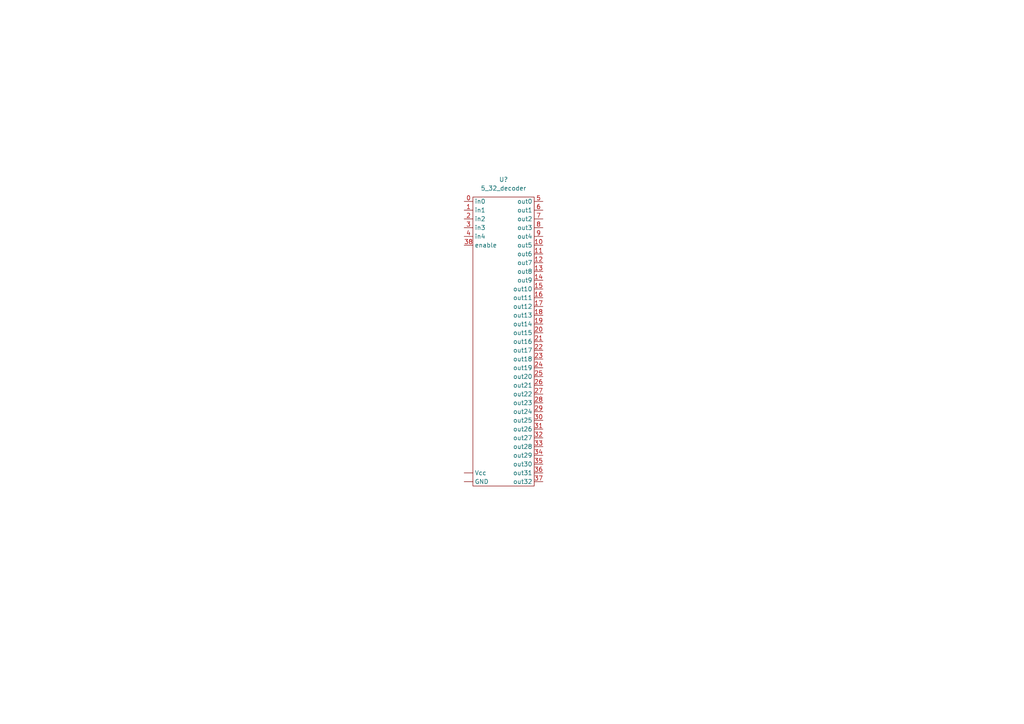
<source format=kicad_sch>
(kicad_sch (version 20211123) (generator eeschema)
  (paper "A4")
  (lib_symbols
    (symbol "5_32_decoder:5_32_decoder"
      (property "Reference" "U" (at 3.81 22.86 0))
      (property "Value" "5_32_decoder" (at 3.81 -63.5 0))
      (symbol "5_32_decoder_0_0"
        (pin input line (at -7.62 20.32 0) (length 2.54) (name "in0") (number "0"))
        (pin input line (at -7.62 17.78 0) (length 2.54) (name "in1") (number "1"))
        (pin output line (at 15.24 7.62 180) (length 2.54) (name "out5") (number "10"))
        (pin output line (at 15.24 5.08 180) (length 2.54) (name "out6") (number "11"))
        (pin output line (at 15.24 2.54 180) (length 2.54) (name "out7") (number "12"))
        (pin output line (at 15.24 0 180) (length 2.54) (name "out8") (number "13"))
        (pin output line (at 15.24 -2.54 180) (length 2.54) (name "out9") (number "14"))
        (pin output line (at 15.24 -5.08 180) (length 2.54) (name "out10") (number "15"))
        (pin output line (at 15.24 -7.62 180) (length 2.54) (name "out11") (number "16"))
        (pin output line (at 15.24 -10.16 180) (length 2.54) (name "out12") (number "17"))
        (pin output line (at 15.24 -12.7 180) (length 2.54) (name "out13") (number "18"))
        (pin output line (at 15.24 -15.24 180) (length 2.54) (name "out14") (number "19"))
        (pin input line (at -7.62 15.24 0) (length 2.54) (name "in2") (number "2"))
        (pin output line (at 15.24 -17.78 180) (length 2.54) (name "out15") (number "20"))
        (pin output line (at 15.24 -20.32 180) (length 2.54) (name "out16") (number "21"))
        (pin output line (at 15.24 -22.86 180) (length 2.54) (name "out17") (number "22"))
        (pin output line (at 15.24 -25.4 180) (length 2.54) (name "out18") (number "23"))
        (pin output line (at 15.24 -27.94 180) (length 2.54) (name "out19") (number "24"))
        (pin output line (at 15.24 -30.48 180) (length 2.54) (name "out20") (number "25"))
        (pin output line (at 15.24 -33.02 180) (length 2.54) (name "out21") (number "26"))
        (pin output line (at 15.24 -35.56 180) (length 2.54) (name "out22") (number "27"))
        (pin output line (at 15.24 -38.1 180) (length 2.54) (name "out23") (number "28"))
        (pin output line (at 15.24 -40.64 180) (length 2.54) (name "out24") (number "29"))
        (pin input line (at -7.62 12.7 0) (length 2.54) (name "in3") (number "3"))
        (pin output line (at 15.24 -43.18 180) (length 2.54) (name "out25") (number "30"))
        (pin output line (at 15.24 -45.72 180) (length 2.54) (name "out26") (number "31"))
        (pin output line (at 15.24 -48.26 180) (length 2.54) (name "out27") (number "32"))
        (pin output line (at 15.24 -50.8 180) (length 2.54) (name "out28") (number "33"))
        (pin output line (at 15.24 -53.34 180) (length 2.54) (name "out29") (number "34"))
        (pin output line (at 15.24 -55.88 180) (length 2.54) (name "out30") (number "35"))
        (pin output line (at 15.24 -58.42 180) (length 2.54) (name "out31") (number "36"))
        (pin output line (at 15.24 -60.96 180) (length 2.54) (name "out32") (number "37"))
        (pin input line (at -7.62 7.62 0) (length 2.54) (name "enable") (number "38"))
        (pin input line (at -7.62 10.16 0) (length 2.54) (name "in4") (number "4"))
        (pin output line (at 15.24 20.32 180) (length 2.54) (name "out0") (number "5"))
        (pin output line (at 15.24 17.78 180) (length 2.54) (name "out1") (number "6"))
        (pin output line (at 15.24 15.24 180) (length 2.54) (name "out2") (number "7"))
        (pin output line (at 15.24 12.7 180) (length 2.54) (name "out3") (number "8"))
        (pin output line (at 15.24 10.16 180) (length 2.54) (name "out4") (number "9"))
      )
      (symbol "5_32_decoder_0_1"
        (rectangle (start -5.08 21.59) (end 12.7 -62.23))
      )
      (symbol "5_32_decoder_1_1"
        (pin power_in line (at -7.62 -60.96 0) (length 2.54) (name "GND") (number ""))
        (pin input line (at -7.62 -58.42 0) (length 2.54) (name "Vcc") (number ""))
      )
    )
  )
  (symbol (lib_id "5_32_decoder:5_32_decoder") (at 142.24 78.74 0) (unit 1)
    (property "Reference" "U?" (at 146.05 52.07 0))
    (property "Value" "5_32_decoder" (at 146.05 54.61 0))
  )
)
</source>
